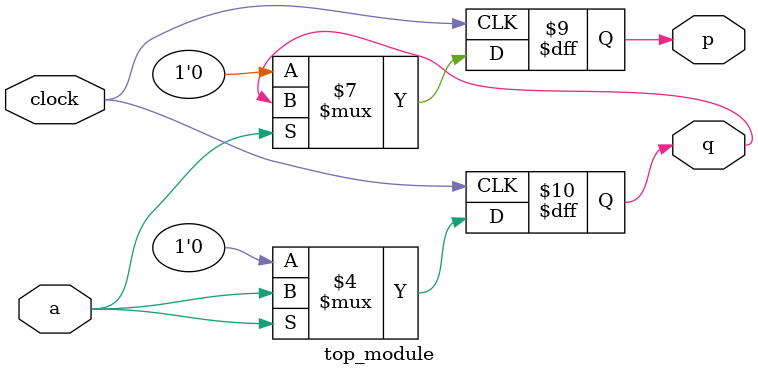
<source format=sv>
module top_module (
    input clock,
    input a, 
    output reg p,
    output reg q
);

always @(posedge clock) begin
    if (~a) begin
        p <= 0;
        q <= 0;
    end
    else begin
        p <= q;
        q <= a;
    end
end

endmodule

</source>
